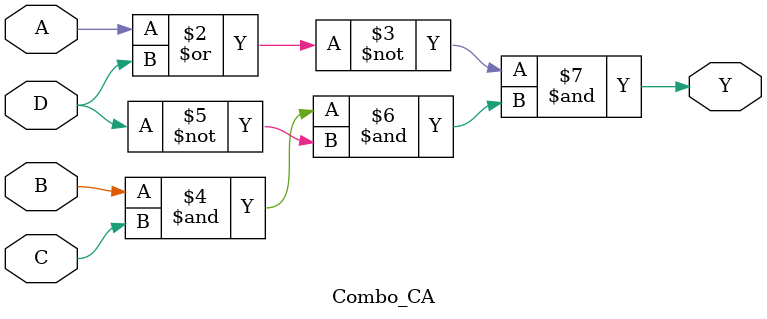
<source format=v>



module Combo_CA (Y,A, B, C, D);
output Y;
input A, B, C, D;
reg Y;
always@(A or B or C or D)
begin Y = (~(A | D)) & (B & C & ~D); end
endmodule


</source>
